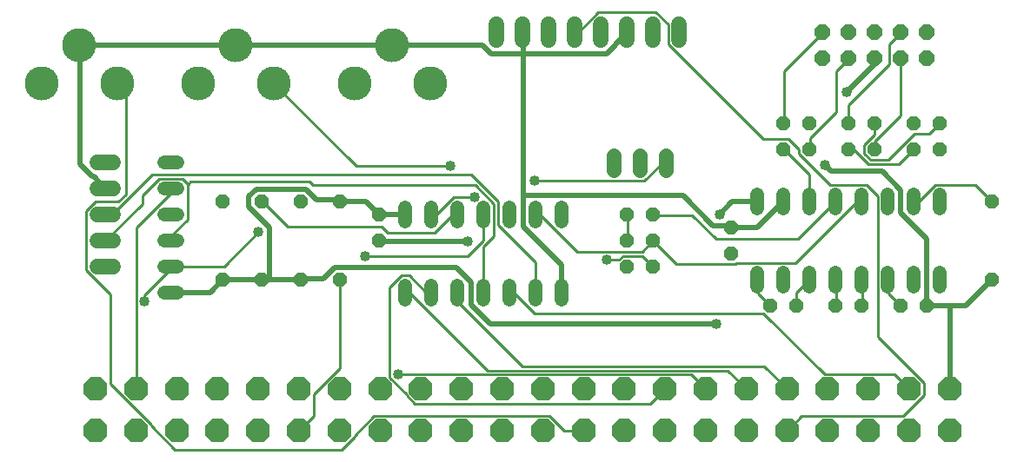
<source format=gtl>
G04 EAGLE Gerber RS-274X export*
G75*
%MOMM*%
%FSLAX34Y34*%
%LPD*%
%INTop Copper*%
%IPPOS*%
%AMOC8*
5,1,8,0,0,1.08239X$1,22.5*%
G01*
%ADD10C,3.316000*%
%ADD11C,1.524000*%
%ADD12P,2.474344X8X202.500000*%
%ADD13P,2.474344X8X22.500000*%
%ADD14P,1.649562X8X22.500000*%
%ADD15C,1.320800*%
%ADD16P,1.429621X8X22.500000*%
%ADD17P,1.429621X8X112.500000*%
%ADD18P,1.429621X8X202.500000*%
%ADD19P,1.539592X8X22.500000*%
%ADD20C,1.422400*%
%ADD21P,1.539592X8X292.500000*%
%ADD22P,1.429621X8X292.500000*%
%ADD23C,0.508000*%
%ADD24C,1.016000*%
%ADD25C,0.254000*%


D10*
X419100Y406400D03*
X456100Y369400D03*
X382100Y369400D03*
X266700Y406400D03*
X303700Y369400D03*
X229700Y369400D03*
X114300Y406400D03*
X151300Y369400D03*
X77300Y369400D03*
D11*
X520700Y411480D02*
X520700Y426720D01*
X546100Y426720D02*
X546100Y411480D01*
X571500Y411480D02*
X571500Y426720D01*
X596900Y426720D02*
X596900Y411480D01*
X622300Y411480D02*
X622300Y426720D01*
X647700Y426720D02*
X647700Y411480D01*
X673100Y411480D02*
X673100Y426720D01*
X698500Y426720D02*
X698500Y411480D01*
D12*
X565912Y71120D03*
X565912Y30480D03*
X605536Y71120D03*
X645160Y71120D03*
X684784Y71120D03*
X724408Y71120D03*
X764032Y71120D03*
X803656Y71120D03*
X843280Y71120D03*
X882904Y71120D03*
X922528Y71120D03*
X962152Y71120D03*
X605536Y30480D03*
X645160Y30480D03*
X684784Y30480D03*
X724408Y30480D03*
X764032Y30480D03*
X803656Y30480D03*
X843280Y30480D03*
X882904Y30480D03*
X922528Y30480D03*
X962152Y30480D03*
D13*
X526288Y30480D03*
X526288Y71120D03*
X486664Y30480D03*
X447040Y30480D03*
X407416Y30480D03*
X367792Y30480D03*
X328168Y30480D03*
X288544Y30480D03*
X248920Y30480D03*
X209296Y30480D03*
X169672Y30480D03*
X130048Y30480D03*
X486664Y71120D03*
X447040Y71120D03*
X407416Y71120D03*
X367792Y71120D03*
X328168Y71120D03*
X288544Y71120D03*
X248920Y71120D03*
X209296Y71120D03*
X169672Y71120D03*
X130048Y71120D03*
D14*
X838200Y393700D03*
X863600Y393700D03*
X889000Y393700D03*
X914400Y393700D03*
X939800Y393700D03*
X838200Y419100D03*
X863600Y419100D03*
X889000Y419100D03*
X914400Y419100D03*
X939800Y419100D03*
D15*
X774700Y184404D02*
X774700Y171196D01*
X800100Y171196D02*
X800100Y184404D01*
X927100Y184404D02*
X927100Y171196D01*
X952500Y171196D02*
X952500Y184404D01*
X825500Y184404D02*
X825500Y171196D01*
X850900Y171196D02*
X850900Y184404D01*
X901700Y184404D02*
X901700Y171196D01*
X876300Y171196D02*
X876300Y184404D01*
X952500Y247396D02*
X952500Y260604D01*
X927100Y260604D02*
X927100Y247396D01*
X901700Y247396D02*
X901700Y260604D01*
X876300Y260604D02*
X876300Y247396D01*
X850900Y247396D02*
X850900Y260604D01*
X825500Y260604D02*
X825500Y247396D01*
X800100Y247396D02*
X800100Y260604D01*
X774700Y260604D02*
X774700Y247396D01*
D16*
X787400Y152400D03*
X812800Y152400D03*
X850900Y152400D03*
X876300Y152400D03*
D17*
X749300Y203200D03*
X749300Y228600D03*
D18*
X939800Y152400D03*
X914400Y152400D03*
D19*
X800100Y304800D03*
X825500Y304800D03*
X800100Y330200D03*
X825500Y330200D03*
X863600Y304800D03*
X889000Y304800D03*
X863600Y330200D03*
X889000Y330200D03*
X927100Y304800D03*
X952500Y304800D03*
X927100Y330200D03*
X952500Y330200D03*
D20*
X635000Y299212D02*
X635000Y284988D01*
X660400Y284988D02*
X660400Y299212D01*
X685800Y299212D02*
X685800Y284988D01*
D21*
X647700Y241300D03*
X673100Y241300D03*
X647700Y215900D03*
X673100Y215900D03*
X647700Y190500D03*
X673100Y190500D03*
D17*
X1003300Y177800D03*
X1003300Y254000D03*
X368300Y177800D03*
X368300Y254000D03*
D15*
X431800Y171704D02*
X431800Y158496D01*
X457200Y158496D02*
X457200Y171704D01*
X584200Y171704D02*
X584200Y158496D01*
X584200Y234696D02*
X584200Y247904D01*
X482600Y171704D02*
X482600Y158496D01*
X508000Y158496D02*
X508000Y171704D01*
X558800Y171704D02*
X558800Y158496D01*
X533400Y158496D02*
X533400Y171704D01*
X558800Y234696D02*
X558800Y247904D01*
X533400Y247904D02*
X533400Y234696D01*
X508000Y234696D02*
X508000Y247904D01*
X482600Y247904D02*
X482600Y234696D01*
X457200Y234696D02*
X457200Y247904D01*
X431800Y247904D02*
X431800Y234696D01*
X209804Y165100D02*
X196596Y165100D01*
X196596Y190500D02*
X209804Y190500D01*
X209804Y215900D02*
X196596Y215900D01*
X196596Y241300D02*
X209804Y241300D01*
X209804Y266700D02*
X196596Y266700D01*
X196596Y292100D02*
X209804Y292100D01*
D11*
X147320Y292100D02*
X132080Y292100D01*
X132080Y266700D02*
X147320Y266700D01*
X147320Y241300D02*
X132080Y241300D01*
X132080Y215900D02*
X147320Y215900D01*
X147320Y190500D02*
X132080Y190500D01*
D22*
X330200Y254000D03*
X330200Y177800D03*
X292100Y254000D03*
X292100Y177800D03*
X254000Y254000D03*
X254000Y177800D03*
X406400Y241300D03*
X406400Y215900D03*
D23*
X406400Y241808D02*
X431800Y241808D01*
X406400Y241808D02*
X406400Y241300D01*
X431800Y241300D02*
X431800Y241808D01*
X393192Y254000D02*
X368300Y254000D01*
X393192Y254000D02*
X404368Y242824D01*
X406400Y241300D01*
X241808Y165608D02*
X203200Y165608D01*
X241808Y165608D02*
X254000Y177800D01*
X203200Y165608D02*
X203200Y165100D01*
X254000Y177800D02*
X292100Y177800D01*
X299720Y177800D01*
X330200Y177800D01*
X345440Y256032D02*
X366776Y256032D01*
X345440Y256032D02*
X335280Y266192D01*
X286512Y266192D01*
X279400Y259080D01*
X279400Y248920D01*
X299720Y228600D01*
X299720Y177800D01*
X368300Y254000D02*
X366776Y256032D01*
X749808Y254000D02*
X774700Y254000D01*
X749808Y254000D02*
X737616Y241808D01*
X351536Y178816D02*
X332232Y178816D01*
X351536Y178816D02*
X362712Y189992D01*
X481584Y189992D01*
X495808Y175768D01*
X495808Y153416D01*
X514096Y135128D01*
X734568Y135128D01*
X332232Y178816D02*
X330200Y177800D01*
D24*
X737616Y241808D03*
X734568Y135128D03*
D23*
X962152Y152400D02*
X977392Y152400D01*
X962152Y152400D02*
X939800Y152400D01*
X977392Y152400D02*
X1002792Y177800D01*
X1003300Y177800D01*
X962152Y152400D02*
X962152Y71120D01*
X774192Y228600D02*
X749300Y228600D01*
X774192Y228600D02*
X799592Y254000D01*
X800100Y254000D01*
X889000Y388112D02*
X889000Y393700D01*
X889000Y388112D02*
X861568Y360680D01*
X939800Y217424D02*
X939800Y152400D01*
X939800Y217424D02*
X914400Y242824D01*
X914400Y265176D01*
X896112Y283464D01*
X846328Y283464D01*
X840232Y289560D01*
X139700Y266700D02*
X128016Y278384D01*
X127000Y278384D01*
X114808Y290576D01*
X114808Y406400D01*
X114300Y406400D01*
X266700Y406400D01*
X584200Y192024D02*
X584200Y165100D01*
X584200Y192024D02*
X546608Y229616D01*
X546608Y398272D02*
X546608Y418592D01*
X546608Y398272D02*
X546608Y260096D01*
X546608Y229616D01*
X546608Y418592D02*
X546100Y419100D01*
X492760Y215392D02*
X406400Y215392D01*
X406400Y215900D01*
X636016Y407416D02*
X647700Y419100D01*
X636016Y407416D02*
X636016Y406400D01*
X627888Y398272D01*
X546608Y398272D01*
X506984Y406400D02*
X419100Y406400D01*
X506984Y406400D02*
X515112Y398272D01*
X546608Y398272D01*
X419100Y406400D02*
X266700Y406400D01*
X731520Y230632D02*
X747776Y230632D01*
X731520Y230632D02*
X702056Y260096D01*
X546608Y260096D01*
X747776Y230632D02*
X749300Y228600D01*
D24*
X861568Y360680D03*
X840232Y289560D03*
X492760Y215392D03*
D25*
X475488Y288544D02*
X384048Y288544D01*
X303784Y368808D01*
X303700Y369400D01*
D24*
X475488Y288544D03*
D25*
X586232Y30480D02*
X605536Y30480D01*
X586232Y30480D02*
X572008Y44704D01*
X401320Y44704D01*
X382016Y25400D01*
X382016Y24384D01*
X369824Y12192D01*
X207264Y12192D01*
X183896Y35560D01*
X183896Y36576D01*
X144272Y76200D01*
X144272Y163576D01*
X120904Y186944D01*
X120904Y244856D01*
X130048Y254000D01*
X152400Y254000D01*
X159512Y261112D01*
X159512Y360680D01*
X151384Y368808D01*
X151300Y369400D01*
X597408Y419608D02*
X600456Y419608D01*
X619760Y438912D01*
X675640Y438912D01*
X687832Y426720D01*
X687832Y407416D01*
X780288Y314960D01*
X804672Y314960D01*
X814832Y304800D01*
X814832Y300736D01*
X845312Y270256D01*
X880872Y270256D01*
X892048Y259080D01*
X892048Y121920D01*
X936752Y77216D01*
X936752Y65024D01*
X916432Y44704D01*
X817880Y44704D01*
X803656Y30480D01*
X596900Y419100D02*
X597408Y419608D01*
X800608Y381000D02*
X800608Y330200D01*
X800608Y381000D02*
X838200Y418592D01*
X800608Y330200D02*
X800100Y330200D01*
X838200Y418592D02*
X838200Y419100D01*
X826008Y315976D02*
X826008Y304800D01*
X826008Y315976D02*
X851408Y341376D01*
X851408Y381000D01*
X863600Y393192D01*
X826008Y304800D02*
X825500Y304800D01*
X863600Y393192D02*
X863600Y393700D01*
X889000Y312928D02*
X889000Y304800D01*
X889000Y312928D02*
X914400Y338328D01*
X914400Y393700D01*
X863600Y348488D02*
X863600Y330200D01*
X863600Y348488D02*
X903224Y388112D01*
X903224Y407416D01*
X914400Y418592D01*
X914400Y419100D01*
X775208Y177800D02*
X775208Y164592D01*
X787400Y152400D01*
X775208Y177800D02*
X774700Y177800D01*
X851408Y177800D02*
X851408Y152400D01*
X850900Y152400D01*
X850900Y177800D02*
X851408Y177800D01*
X812800Y165608D02*
X812800Y152400D01*
X812800Y165608D02*
X824992Y177800D01*
X825500Y177800D01*
X876808Y177800D02*
X876808Y152400D01*
X876300Y152400D01*
X876300Y177800D02*
X876808Y177800D01*
X902208Y177800D02*
X902208Y164592D01*
X914400Y152400D01*
X902208Y177800D02*
X901700Y177800D01*
X824992Y254000D02*
X824992Y280416D01*
X800608Y304800D01*
X824992Y254000D02*
X825500Y254000D01*
X800608Y304800D02*
X800100Y304800D01*
X711200Y240792D02*
X673608Y240792D01*
X711200Y240792D02*
X734568Y217424D01*
X813816Y217424D01*
X850392Y254000D01*
X673608Y240792D02*
X673100Y241300D01*
X850392Y254000D02*
X850900Y254000D01*
X863600Y304800D02*
X868680Y304800D01*
X882904Y290576D01*
X912368Y290576D01*
X926592Y304800D01*
X927100Y304800D01*
X889000Y319024D02*
X889000Y330200D01*
X889000Y319024D02*
X878840Y308864D01*
X878840Y300736D01*
X884936Y294640D01*
X902208Y294640D01*
X927608Y320040D01*
X941832Y320040D01*
X951992Y330200D01*
X952500Y330200D01*
X462280Y241808D02*
X457200Y241808D01*
X462280Y241808D02*
X478536Y258064D01*
X498856Y258064D01*
X457200Y241808D02*
X457200Y241300D01*
D24*
X498856Y258064D03*
D25*
X482600Y240792D02*
X477520Y240792D01*
X460248Y223520D01*
X414528Y223520D01*
X408432Y229616D01*
X316992Y229616D01*
X292608Y254000D01*
X482600Y241300D02*
X482600Y240792D01*
X292608Y254000D02*
X292100Y254000D01*
X681736Y291592D02*
X685800Y291592D01*
X681736Y291592D02*
X664464Y274320D01*
X557784Y274320D01*
X685800Y291592D02*
X685800Y292100D01*
D24*
X557784Y274320D03*
D25*
X367792Y177800D02*
X367792Y91440D01*
X342392Y66040D01*
X342392Y44704D01*
X328168Y30480D01*
X367792Y177800D02*
X368300Y177800D01*
X508000Y216408D02*
X508000Y241300D01*
X508000Y216408D02*
X492760Y201168D01*
X392176Y201168D01*
D24*
X392176Y201168D03*
D25*
X558800Y240792D02*
X563880Y240792D01*
X599440Y205232D01*
X662432Y205232D01*
X673100Y215900D01*
X558800Y240792D02*
X558800Y241300D01*
X871728Y254000D02*
X876300Y254000D01*
X871728Y254000D02*
X811784Y194056D01*
X753872Y194056D01*
X752856Y193040D01*
X695960Y193040D01*
X673100Y215900D01*
X648208Y216408D02*
X648208Y240792D01*
X647700Y241300D01*
X648208Y216408D02*
X647700Y215900D01*
X640080Y197104D02*
X627888Y197104D01*
X640080Y197104D02*
X644144Y201168D01*
X662432Y201168D01*
X673100Y190500D01*
D24*
X627888Y197104D03*
D25*
X927100Y254000D02*
X931672Y254000D01*
X947928Y270256D01*
X986536Y270256D01*
X1002792Y254000D01*
X1003300Y254000D01*
X436880Y164592D02*
X431800Y164592D01*
X436880Y164592D02*
X512064Y89408D01*
X745744Y89408D01*
X764032Y71120D01*
X431800Y164592D02*
X431800Y165100D01*
X482600Y165100D02*
X482600Y156464D01*
X545592Y93472D01*
X781304Y93472D01*
X803656Y71120D01*
X538480Y164592D02*
X533400Y164592D01*
X538480Y164592D02*
X557784Y145288D01*
X780288Y145288D01*
X840232Y85344D01*
X908304Y85344D01*
X922528Y71120D01*
X533400Y164592D02*
X533400Y165100D01*
X203200Y187960D02*
X203200Y190500D01*
X203200Y187960D02*
X177800Y162560D01*
X177800Y156464D01*
X452120Y165608D02*
X457200Y165608D01*
X452120Y165608D02*
X435864Y181864D01*
X427736Y181864D01*
X416560Y170688D01*
X416560Y82296D01*
X432816Y66040D01*
X432816Y65024D01*
X440944Y56896D01*
X670560Y56896D01*
X684784Y71120D01*
X457200Y165100D02*
X457200Y165608D01*
X255016Y191008D02*
X204216Y191008D01*
X255016Y191008D02*
X288544Y224536D01*
X204216Y191008D02*
X203200Y190500D01*
D24*
X177800Y156464D03*
X288544Y224536D03*
D25*
X424688Y85344D02*
X710184Y85344D01*
X724408Y71120D01*
D24*
X424688Y85344D03*
D25*
X558800Y165100D02*
X558800Y195072D01*
X522224Y231648D01*
X522224Y254000D01*
X495808Y280416D01*
X184912Y280416D01*
X146304Y241808D01*
X140208Y241808D01*
X139700Y241300D01*
X203200Y262128D02*
X203200Y266700D01*
X203200Y262128D02*
X169672Y228600D01*
X169672Y71120D01*
X203200Y215900D02*
X203200Y220472D01*
X219456Y236728D01*
X219456Y271272D01*
X214376Y276352D01*
X192024Y276352D01*
X175768Y260096D01*
X175768Y251968D01*
X139700Y215900D01*
X508000Y210312D02*
X508000Y165100D01*
X508000Y210312D02*
X518160Y220472D01*
X518160Y251968D01*
X499872Y270256D01*
X341376Y270256D01*
X338328Y273304D01*
X222504Y273304D01*
X220472Y271272D01*
X219456Y271272D01*
M02*

</source>
